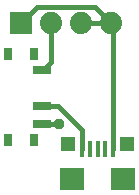
<source format=gtl>
G75*
%MOIN*%
%OFA0B0*%
%FSLAX25Y25*%
%IPPOS*%
%LPD*%
%AMOC8*
5,1,8,0,0,1.08239X$1,22.5*
%
%ADD10R,0.07400X0.07400*%
%ADD11C,0.07400*%
%ADD12R,0.05906X0.02756*%
%ADD13R,0.03150X0.03937*%
%ADD14R,0.08465X0.07480*%
%ADD15R,0.04724X0.05118*%
%ADD16R,0.01575X0.05315*%
%ADD17C,0.01600*%
%ADD18C,0.03762*%
D10*
X0008874Y0059071D03*
D11*
X0018874Y0059071D03*
X0028874Y0059071D03*
X0038874Y0059071D03*
D12*
X0015764Y0043323D03*
X0015764Y0031512D03*
X0015764Y0025606D03*
D13*
X0004543Y0020094D03*
X0013205Y0020094D03*
X0013205Y0048835D03*
X0004543Y0048835D03*
D14*
X0025921Y0007102D03*
X0043008Y0007102D03*
D15*
X0044307Y0018913D03*
X0024622Y0018913D03*
D16*
X0029346Y0017260D03*
X0031906Y0017260D03*
X0034465Y0017260D03*
X0037024Y0017260D03*
X0039583Y0017260D03*
D17*
X0039583Y0058362D01*
X0038874Y0059071D01*
X0028874Y0059071D01*
X0033402Y0064465D02*
X0014268Y0064465D01*
X0008874Y0059071D01*
X0018795Y0058992D02*
X0018795Y0046039D01*
X0016079Y0043323D01*
X0015764Y0043323D01*
X0015764Y0031512D02*
X0021236Y0031512D01*
X0029346Y0023402D01*
X0029346Y0017260D01*
X0021630Y0025606D02*
X0015764Y0025606D01*
X0018795Y0058992D02*
X0018874Y0059071D01*
X0033402Y0064465D02*
X0038795Y0059071D01*
X0038874Y0059071D01*
D18*
X0021630Y0025606D03*
M02*

</source>
